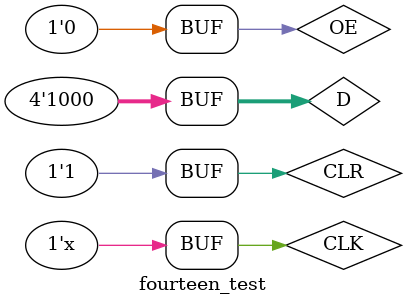
<source format=v>
`timescale 1ns / 1ps


module fourteen_test;

	// Inputs
	reg OE;
	reg CLR;
	reg CLK;
	reg [3:0] D;

	// Outputs
	wire [3:0] Q;

	// Instantiate the Unit Under Test (UUT)
	fourteen uut (
		.OE(OE), 
		.CLR(CLR), 
		.CLK(CLK), 
		.D(D), 
		.Q(Q)
	);
	always #10 CLK=~CLK;
	initial begin
		// Initialize Inputs
		OE = 0; CLR = 1; CLK = 0; D = 0; #100;//清零
		OE = 0; CLR = 0; D = 4'b0101; #100;
		OE = 0; CLR = 0; D = 4'b1100; #50;
		OE = 0; CLR = 0; D = 4'b0011; #50;
		OE = 1; CLR = 0; D = 0; #100;//高阻
		OE = 0; CLR = 0; D = 4'b1010; #100;	
		OE = 0; CLR = 1; D = 4'b1000; #100;//清零
		// Add stimulus here

	end
      
endmodule


</source>
